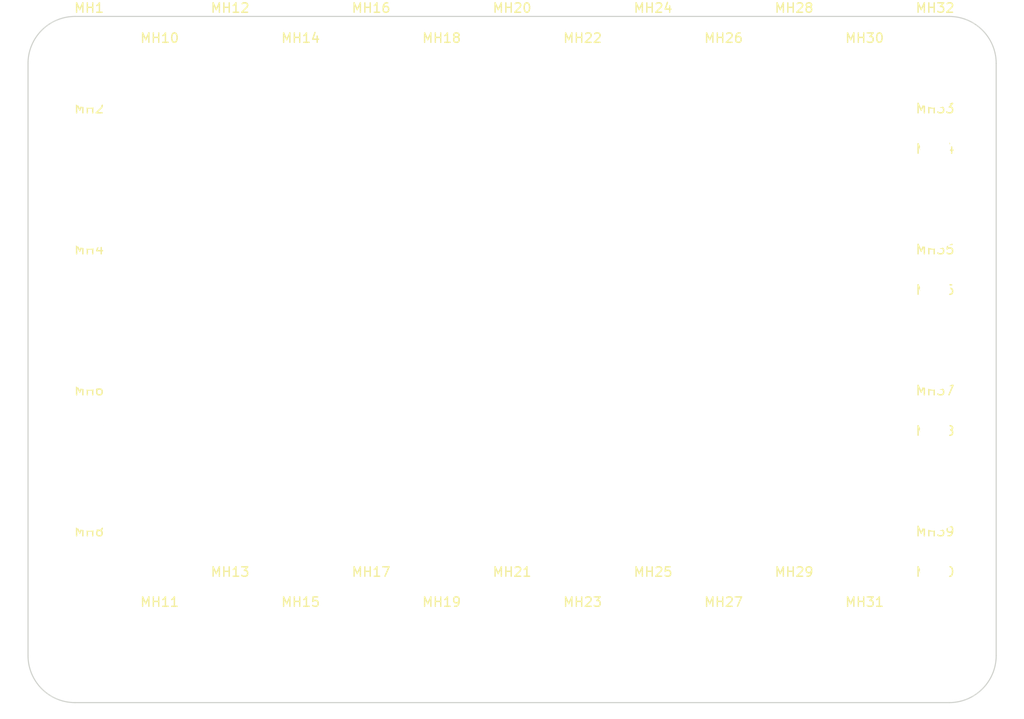
<source format=kicad_pcb>
(kicad_pcb (version 20221018) (generator pcbnew)
  (layers (0 "F.Cu" signal) (31 "B.Cu" signal) (34 "B.Paste" user) (35 "F.Paste" user) (36 "B.SilkS" user "B.Silkscreen") (37 "F.SilkS" user "F.Silkscreen") (38 "B.Mask" user) (39 "F.Mask" user) (44 "Edge.Cuts" user))
  (net 0 "")
  (footprint "MountingHole_6.4mm_M6" (layer "F.Cu") (at -45.0 -30.0)
    (fp_text reference "MH1" (at 0 -7.4) (layer "F.SilkS"))
    (fp_text value "MountingHole_6.4mm_M6")
    (pad "" np_thru_hole circle (at 0 0) (size 6.4 6.4) (drill 6.4) (layers *.Cu *.Mask))
  )
  (footprint "MountingHole_3.2mm_M3" (layer "F.Cu") (at -45.0 -22.5)
    (fp_text reference "MH2" (at 0 -4.2) (layer "F.SilkS"))
    (fp_text value "MountingHole_3.2mm_M3")
    (pad "" np_thru_hole circle (at 0 0) (size 3.2 3.2) (drill 3.2) (layers *.Cu *.Mask))
  )
  (footprint "MountingHole_6.4mm_M6" (layer "F.Cu") (at -45.0 -15.0)
    (fp_text reference "MH3" (at 0 -7.4) (layer "F.SilkS"))
    (fp_text value "MountingHole_6.4mm_M6")
    (pad "" np_thru_hole circle (at 0 0) (size 6.4 6.4) (drill 6.4) (layers *.Cu *.Mask))
  )
  (footprint "MountingHole_3.2mm_M3" (layer "F.Cu") (at -45.0 -7.5)
    (fp_text reference "MH4" (at 0 -4.2) (layer "F.SilkS"))
    (fp_text value "MountingHole_3.2mm_M3")
    (pad "" np_thru_hole circle (at 0 0) (size 3.2 3.2) (drill 3.2) (layers *.Cu *.Mask))
  )
  (footprint "MountingHole_6.4mm_M6" (layer "F.Cu") (at -45.0 0.0)
    (fp_text reference "MH5" (at 0 -7.4) (layer "F.SilkS"))
    (fp_text value "MountingHole_6.4mm_M6")
    (pad "" np_thru_hole circle (at 0 0) (size 6.4 6.4) (drill 6.4) (layers *.Cu *.Mask))
  )
  (footprint "MountingHole_3.2mm_M3" (layer "F.Cu") (at -45.0 7.5)
    (fp_text reference "MH6" (at 0 -4.2) (layer "F.SilkS"))
    (fp_text value "MountingHole_3.2mm_M3")
    (pad "" np_thru_hole circle (at 0 0) (size 3.2 3.2) (drill 3.2) (layers *.Cu *.Mask))
  )
  (footprint "MountingHole_6.4mm_M6" (layer "F.Cu") (at -45.0 15.0)
    (fp_text reference "MH7" (at 0 -7.4) (layer "F.SilkS"))
    (fp_text value "MountingHole_6.4mm_M6")
    (pad "" np_thru_hole circle (at 0 0) (size 6.4 6.4) (drill 6.4) (layers *.Cu *.Mask))
  )
  (footprint "MountingHole_3.2mm_M3" (layer "F.Cu") (at -45.0 22.5)
    (fp_text reference "MH8" (at 0 -4.2) (layer "F.SilkS"))
    (fp_text value "MountingHole_3.2mm_M3")
    (pad "" np_thru_hole circle (at 0 0) (size 3.2 3.2) (drill 3.2) (layers *.Cu *.Mask))
  )
  (footprint "MountingHole_6.4mm_M6" (layer "F.Cu") (at -45.0 30.0)
    (fp_text reference "MH9" (at 0 -7.4) (layer "F.SilkS"))
    (fp_text value "MountingHole_6.4mm_M6")
    (pad "" np_thru_hole circle (at 0 0) (size 6.4 6.4) (drill 6.4) (layers *.Cu *.Mask))
  )
  (footprint "MountingHole_3.2mm_M3" (layer "F.Cu") (at -37.5 -30.0)
    (fp_text reference "MH10" (at 0 -4.2) (layer "F.SilkS"))
    (fp_text value "MountingHole_3.2mm_M3")
    (pad "" np_thru_hole circle (at 0 0) (size 3.2 3.2) (drill 3.2) (layers *.Cu *.Mask))
  )
  (footprint "MountingHole_3.2mm_M3" (layer "F.Cu") (at -37.5 30.0)
    (fp_text reference "MH11" (at 0 -4.2) (layer "F.SilkS"))
    (fp_text value "MountingHole_3.2mm_M3")
    (pad "" np_thru_hole circle (at 0 0) (size 3.2 3.2) (drill 3.2) (layers *.Cu *.Mask))
  )
  (footprint "MountingHole_6.4mm_M6" (layer "F.Cu") (at -30.0 -30.0)
    (fp_text reference "MH12" (at 0 -7.4) (layer "F.SilkS"))
    (fp_text value "MountingHole_6.4mm_M6")
    (pad "" np_thru_hole circle (at 0 0) (size 6.4 6.4) (drill 6.4) (layers *.Cu *.Mask))
  )
  (footprint "MountingHole_6.4mm_M6" (layer "F.Cu") (at -30.0 30.0)
    (fp_text reference "MH13" (at 0 -7.4) (layer "F.SilkS"))
    (fp_text value "MountingHole_6.4mm_M6")
    (pad "" np_thru_hole circle (at 0 0) (size 6.4 6.4) (drill 6.4) (layers *.Cu *.Mask))
  )
  (footprint "MountingHole_3.2mm_M3" (layer "F.Cu") (at -22.5 -30.0)
    (fp_text reference "MH14" (at 0 -4.2) (layer "F.SilkS"))
    (fp_text value "MountingHole_3.2mm_M3")
    (pad "" np_thru_hole circle (at 0 0) (size 3.2 3.2) (drill 3.2) (layers *.Cu *.Mask))
  )
  (footprint "MountingHole_3.2mm_M3" (layer "F.Cu") (at -22.5 30.0)
    (fp_text reference "MH15" (at 0 -4.2) (layer "F.SilkS"))
    (fp_text value "MountingHole_3.2mm_M3")
    (pad "" np_thru_hole circle (at 0 0) (size 3.2 3.2) (drill 3.2) (layers *.Cu *.Mask))
  )
  (footprint "MountingHole_6.4mm_M6" (layer "F.Cu") (at -15.0 -30.0)
    (fp_text reference "MH16" (at 0 -7.4) (layer "F.SilkS"))
    (fp_text value "MountingHole_6.4mm_M6")
    (pad "" np_thru_hole circle (at 0 0) (size 6.4 6.4) (drill 6.4) (layers *.Cu *.Mask))
  )
  (footprint "MountingHole_6.4mm_M6" (layer "F.Cu") (at -15.0 30.0)
    (fp_text reference "MH17" (at 0 -7.4) (layer "F.SilkS"))
    (fp_text value "MountingHole_6.4mm_M6")
    (pad "" np_thru_hole circle (at 0 0) (size 6.4 6.4) (drill 6.4) (layers *.Cu *.Mask))
  )
  (footprint "MountingHole_3.2mm_M3" (layer "F.Cu") (at -7.5 -30.0)
    (fp_text reference "MH18" (at 0 -4.2) (layer "F.SilkS"))
    (fp_text value "MountingHole_3.2mm_M3")
    (pad "" np_thru_hole circle (at 0 0) (size 3.2 3.2) (drill 3.2) (layers *.Cu *.Mask))
  )
  (footprint "MountingHole_3.2mm_M3" (layer "F.Cu") (at -7.5 30.0)
    (fp_text reference "MH19" (at 0 -4.2) (layer "F.SilkS"))
    (fp_text value "MountingHole_3.2mm_M3")
    (pad "" np_thru_hole circle (at 0 0) (size 3.2 3.2) (drill 3.2) (layers *.Cu *.Mask))
  )
  (footprint "MountingHole_6.4mm_M6" (layer "F.Cu") (at 0.0 -30.0)
    (fp_text reference "MH20" (at 0 -7.4) (layer "F.SilkS"))
    (fp_text value "MountingHole_6.4mm_M6")
    (pad "" np_thru_hole circle (at 0 0) (size 6.4 6.4) (drill 6.4) (layers *.Cu *.Mask))
  )
  (footprint "MountingHole_6.4mm_M6" (layer "F.Cu") (at 0.0 30.0)
    (fp_text reference "MH21" (at 0 -7.4) (layer "F.SilkS"))
    (fp_text value "MountingHole_6.4mm_M6")
    (pad "" np_thru_hole circle (at 0 0) (size 6.4 6.4) (drill 6.4) (layers *.Cu *.Mask))
  )
  (footprint "MountingHole_3.2mm_M3" (layer "F.Cu") (at 7.5 -30.0)
    (fp_text reference "MH22" (at 0 -4.2) (layer "F.SilkS"))
    (fp_text value "MountingHole_3.2mm_M3")
    (pad "" np_thru_hole circle (at 0 0) (size 3.2 3.2) (drill 3.2) (layers *.Cu *.Mask))
  )
  (footprint "MountingHole_3.2mm_M3" (layer "F.Cu") (at 7.5 30.0)
    (fp_text reference "MH23" (at 0 -4.2) (layer "F.SilkS"))
    (fp_text value "MountingHole_3.2mm_M3")
    (pad "" np_thru_hole circle (at 0 0) (size 3.2 3.2) (drill 3.2) (layers *.Cu *.Mask))
  )
  (footprint "MountingHole_6.4mm_M6" (layer "F.Cu") (at 15.0 -30.0)
    (fp_text reference "MH24" (at 0 -7.4) (layer "F.SilkS"))
    (fp_text value "MountingHole_6.4mm_M6")
    (pad "" np_thru_hole circle (at 0 0) (size 6.4 6.4) (drill 6.4) (layers *.Cu *.Mask))
  )
  (footprint "MountingHole_6.4mm_M6" (layer "F.Cu") (at 15.0 30.0)
    (fp_text reference "MH25" (at 0 -7.4) (layer "F.SilkS"))
    (fp_text value "MountingHole_6.4mm_M6")
    (pad "" np_thru_hole circle (at 0 0) (size 6.4 6.4) (drill 6.4) (layers *.Cu *.Mask))
  )
  (footprint "MountingHole_3.2mm_M3" (layer "F.Cu") (at 22.5 -30.0)
    (fp_text reference "MH26" (at 0 -4.2) (layer "F.SilkS"))
    (fp_text value "MountingHole_3.2mm_M3")
    (pad "" np_thru_hole circle (at 0 0) (size 3.2 3.2) (drill 3.2) (layers *.Cu *.Mask))
  )
  (footprint "MountingHole_3.2mm_M3" (layer "F.Cu") (at 22.5 30.0)
    (fp_text reference "MH27" (at 0 -4.2) (layer "F.SilkS"))
    (fp_text value "MountingHole_3.2mm_M3")
    (pad "" np_thru_hole circle (at 0 0) (size 3.2 3.2) (drill 3.2) (layers *.Cu *.Mask))
  )
  (footprint "MountingHole_6.4mm_M6" (layer "F.Cu") (at 30.0 -30.0)
    (fp_text reference "MH28" (at 0 -7.4) (layer "F.SilkS"))
    (fp_text value "MountingHole_6.4mm_M6")
    (pad "" np_thru_hole circle (at 0 0) (size 6.4 6.4) (drill 6.4) (layers *.Cu *.Mask))
  )
  (footprint "MountingHole_6.4mm_M6" (layer "F.Cu") (at 30.0 30.0)
    (fp_text reference "MH29" (at 0 -7.4) (layer "F.SilkS"))
    (fp_text value "MountingHole_6.4mm_M6")
    (pad "" np_thru_hole circle (at 0 0) (size 6.4 6.4) (drill 6.4) (layers *.Cu *.Mask))
  )
  (footprint "MountingHole_3.2mm_M3" (layer "F.Cu") (at 37.5 -30.0)
    (fp_text reference "MH30" (at 0 -4.2) (layer "F.SilkS"))
    (fp_text value "MountingHole_3.2mm_M3")
    (pad "" np_thru_hole circle (at 0 0) (size 3.2 3.2) (drill 3.2) (layers *.Cu *.Mask))
  )
  (footprint "MountingHole_3.2mm_M3" (layer "F.Cu") (at 37.5 30.0)
    (fp_text reference "MH31" (at 0 -4.2) (layer "F.SilkS"))
    (fp_text value "MountingHole_3.2mm_M3")
    (pad "" np_thru_hole circle (at 0 0) (size 3.2 3.2) (drill 3.2) (layers *.Cu *.Mask))
  )
  (footprint "MountingHole_6.4mm_M6" (layer "F.Cu") (at 45.0 -30.0)
    (fp_text reference "MH32" (at 0 -7.4) (layer "F.SilkS"))
    (fp_text value "MountingHole_6.4mm_M6")
    (pad "" np_thru_hole circle (at 0 0) (size 6.4 6.4) (drill 6.4) (layers *.Cu *.Mask))
  )
  (footprint "MountingHole_3.2mm_M3" (layer "F.Cu") (at 45.0 -22.5)
    (fp_text reference "MH33" (at 0 -4.2) (layer "F.SilkS"))
    (fp_text value "MountingHole_3.2mm_M3")
    (pad "" np_thru_hole circle (at 0 0) (size 3.2 3.2) (drill 3.2) (layers *.Cu *.Mask))
  )
  (footprint "MountingHole_6.4mm_M6" (layer "F.Cu") (at 45.0 -15.0)
    (fp_text reference "MH34" (at 0 -7.4) (layer "F.SilkS"))
    (fp_text value "MountingHole_6.4mm_M6")
    (pad "" np_thru_hole circle (at 0 0) (size 6.4 6.4) (drill 6.4) (layers *.Cu *.Mask))
  )
  (footprint "MountingHole_3.2mm_M3" (layer "F.Cu") (at 45.0 -7.5)
    (fp_text reference "MH35" (at 0 -4.2) (layer "F.SilkS"))
    (fp_text value "MountingHole_3.2mm_M3")
    (pad "" np_thru_hole circle (at 0 0) (size 3.2 3.2) (drill 3.2) (layers *.Cu *.Mask))
  )
  (footprint "MountingHole_6.4mm_M6" (layer "F.Cu") (at 45.0 0.0)
    (fp_text reference "MH36" (at 0 -7.4) (layer "F.SilkS"))
    (fp_text value "MountingHole_6.4mm_M6")
    (pad "" np_thru_hole circle (at 0 0) (size 6.4 6.4) (drill 6.4) (layers *.Cu *.Mask))
  )
  (footprint "MountingHole_3.2mm_M3" (layer "F.Cu") (at 45.0 7.5)
    (fp_text reference "MH37" (at 0 -4.2) (layer "F.SilkS"))
    (fp_text value "MountingHole_3.2mm_M3")
    (pad "" np_thru_hole circle (at 0 0) (size 3.2 3.2) (drill 3.2) (layers *.Cu *.Mask))
  )
  (footprint "MountingHole_6.4mm_M6" (layer "F.Cu") (at 45.0 15.0)
    (fp_text reference "MH38" (at 0 -7.4) (layer "F.SilkS"))
    (fp_text value "MountingHole_6.4mm_M6")
    (pad "" np_thru_hole circle (at 0 0) (size 6.4 6.4) (drill 6.4) (layers *.Cu *.Mask))
  )
  (footprint "MountingHole_3.2mm_M3" (layer "F.Cu") (at 45.0 22.5)
    (fp_text reference "MH39" (at 0 -4.2) (layer "F.SilkS"))
    (fp_text value "MountingHole_3.2mm_M3")
    (pad "" np_thru_hole circle (at 0 0) (size 3.2 3.2) (drill 3.2) (layers *.Cu *.Mask))
  )
  (footprint "MountingHole_6.4mm_M6" (layer "F.Cu") (at 45.0 30.0)
    (fp_text reference "MH40" (at 0 -7.4) (layer "F.SilkS"))
    (fp_text value "MountingHole_6.4mm_M6")
    (pad "" np_thru_hole circle (at 0 0) (size 6.4 6.4) (drill 6.4) (layers *.Cu *.Mask))
  )
  (gr_line (start -46.5 -36.5) (end 46.5 -36.5) (layer "Edge.Cuts") (width 0.12))
  (gr_line (start -46.5 36.5) (end 46.5 36.5) (layer "Edge.Cuts") (width 0.12))
  (gr_line (start -51.5 -31.5) (end -51.5 31.5) (layer "Edge.Cuts") (width 0.12))
  (gr_line (start 51.5 -31.5) (end 51.5 31.5) (layer "Edge.Cuts") (width 0.12))
  (gr_arc (start -51.5 -31.5) (mid -50.03553390593274 -35.03553390593274) (end -46.5 -36.5) (layer "Edge.Cuts") (width 0.12))
  (gr_arc (start 51.5 -31.5) (mid 50.03553390593274 -35.03553390593274) (end 46.5 -36.5) (layer "Edge.Cuts") (width 0.12))
  (gr_arc (start 51.5 31.5) (mid 50.03553390593274 35.03553390593274) (end 46.5 36.5) (layer "Edge.Cuts") (width 0.12))
  (gr_arc (start -51.5 31.5) (mid -50.03553390593274 35.03553390593274) (end -46.5 36.5) (layer "Edge.Cuts") (width 0.12))
)
</source>
